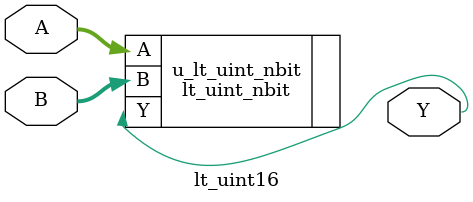
<source format=v>

module lt_uint16 #(
    parameter WIDTH = 16,
    parameter IMPL_TYPE = 0
)(
    input [WIDTH-1:0] A,
    input [WIDTH-1:0] B,
    output Y
);

    lt_uint_nbit #(
        .WIDTH(WIDTH),
        .IMPL_TYPE(IMPL_TYPE)
    ) u_lt_uint_nbit (
        .A(A),
        .B(B),
        .Y(Y)
    );

endmodule

</source>
